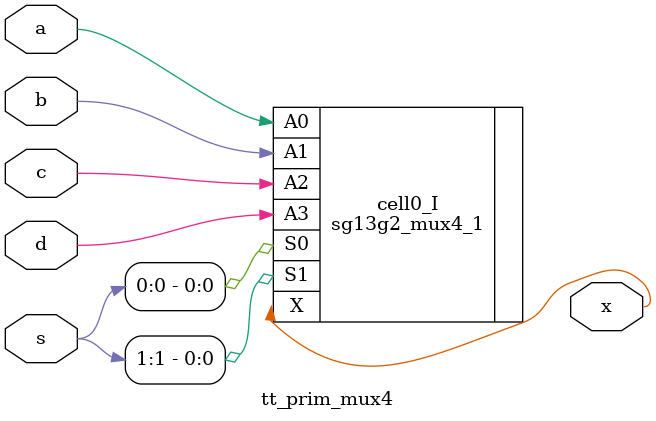
<source format=v>
/*
 * tt_prim_mux4.v
 *
 * TT Primitive
 * Mux4
 *
 * Copyright (c) 2024 Sylvain Munaut <tnt@246tNt.com>
 * SPDX-License-Identifier: Apache-2.0
 */

`default_nettype none

module tt_prim_mux4 (
	input  wire a,
	input  wire b,
	input  wire c,
	input  wire d,
	output wire x,
	input  wire [1:0] s
);

	sg13g2_mux4_1 cell0_I (
		.A0 (a),
		.A1 (b),
		.A2 (c),
		.A3 (d),
		.S0 (s[0]),
		.S1 (s[1]),
		.X  (x)
	);

endmodule // tt_prim_mux4

</source>
